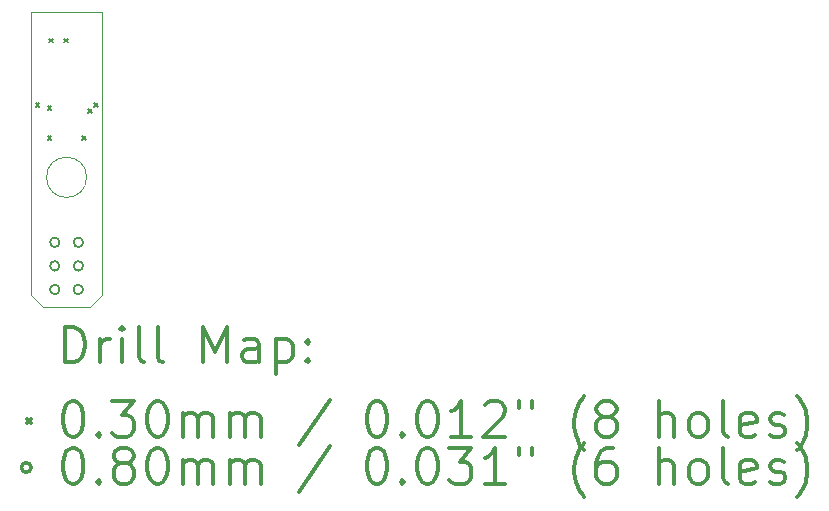
<source format=gbr>
%FSLAX45Y45*%
G04 Gerber Fmt 4.5, Leading zero omitted, Abs format (unit mm)*
G04 Created by KiCad (PCBNEW (5.1.9)-1) date 2022-03-02 13:46:01*
%MOMM*%
%LPD*%
G01*
G04 APERTURE LIST*
%TA.AperFunction,Profile*%
%ADD10C,0.025400*%
%TD*%
%ADD11C,0.200000*%
%ADD12C,0.300000*%
G04 APERTURE END LIST*
D10*
X14600000Y-10550000D02*
X14500000Y-10450000D01*
X15000000Y-10550000D02*
X15100000Y-10450000D01*
X14500000Y-10450000D02*
X14500000Y-8050000D01*
X15000000Y-10550000D02*
X14600000Y-10550000D01*
X15100000Y-8050000D02*
X15100000Y-10450000D01*
X14970000Y-9450000D02*
G75*
G03*
X14970000Y-9450000I-170000J0D01*
G01*
X14500000Y-8050000D02*
X15100000Y-8050000D01*
D11*
X14538960Y-8823960D02*
X14569440Y-8854440D01*
X14569440Y-8823960D02*
X14538960Y-8854440D01*
X14640560Y-8849360D02*
X14671040Y-8879840D01*
X14671040Y-8849360D02*
X14640560Y-8879840D01*
X14640560Y-9103360D02*
X14671040Y-9133840D01*
X14671040Y-9103360D02*
X14640560Y-9133840D01*
X14653260Y-8277860D02*
X14683740Y-8308340D01*
X14683740Y-8277860D02*
X14653260Y-8308340D01*
X14780260Y-8277860D02*
X14810740Y-8308340D01*
X14810740Y-8277860D02*
X14780260Y-8308340D01*
X14932660Y-9103360D02*
X14963140Y-9133840D01*
X14963140Y-9103360D02*
X14932660Y-9133840D01*
X14982174Y-8876046D02*
X15012654Y-8906526D01*
X15012654Y-8876046D02*
X14982174Y-8906526D01*
X15034260Y-8823960D02*
X15064740Y-8854440D01*
X15064740Y-8823960D02*
X15034260Y-8854440D01*
X14740000Y-10000000D02*
G75*
G03*
X14740000Y-10000000I-40000J0D01*
G01*
X14740000Y-10200000D02*
G75*
G03*
X14740000Y-10200000I-40000J0D01*
G01*
X14740000Y-10400000D02*
G75*
G03*
X14740000Y-10400000I-40000J0D01*
G01*
X14940000Y-10000000D02*
G75*
G03*
X14940000Y-10000000I-40000J0D01*
G01*
X14940000Y-10200000D02*
G75*
G03*
X14940000Y-10200000I-40000J0D01*
G01*
X14940000Y-10400000D02*
G75*
G03*
X14940000Y-10400000I-40000J0D01*
G01*
D12*
X14785158Y-11016984D02*
X14785158Y-10716984D01*
X14856587Y-10716984D01*
X14899444Y-10731270D01*
X14928016Y-10759842D01*
X14942301Y-10788413D01*
X14956587Y-10845556D01*
X14956587Y-10888413D01*
X14942301Y-10945556D01*
X14928016Y-10974127D01*
X14899444Y-11002699D01*
X14856587Y-11016984D01*
X14785158Y-11016984D01*
X15085158Y-11016984D02*
X15085158Y-10816984D01*
X15085158Y-10874127D02*
X15099444Y-10845556D01*
X15113730Y-10831270D01*
X15142301Y-10816984D01*
X15170873Y-10816984D01*
X15270873Y-11016984D02*
X15270873Y-10816984D01*
X15270873Y-10716984D02*
X15256587Y-10731270D01*
X15270873Y-10745556D01*
X15285158Y-10731270D01*
X15270873Y-10716984D01*
X15270873Y-10745556D01*
X15456587Y-11016984D02*
X15428016Y-11002699D01*
X15413730Y-10974127D01*
X15413730Y-10716984D01*
X15613730Y-11016984D02*
X15585158Y-11002699D01*
X15570873Y-10974127D01*
X15570873Y-10716984D01*
X15956587Y-11016984D02*
X15956587Y-10716984D01*
X16056587Y-10931270D01*
X16156587Y-10716984D01*
X16156587Y-11016984D01*
X16428016Y-11016984D02*
X16428016Y-10859842D01*
X16413730Y-10831270D01*
X16385158Y-10816984D01*
X16328016Y-10816984D01*
X16299444Y-10831270D01*
X16428016Y-11002699D02*
X16399444Y-11016984D01*
X16328016Y-11016984D01*
X16299444Y-11002699D01*
X16285158Y-10974127D01*
X16285158Y-10945556D01*
X16299444Y-10916984D01*
X16328016Y-10902699D01*
X16399444Y-10902699D01*
X16428016Y-10888413D01*
X16570873Y-10816984D02*
X16570873Y-11116984D01*
X16570873Y-10831270D02*
X16599444Y-10816984D01*
X16656587Y-10816984D01*
X16685158Y-10831270D01*
X16699444Y-10845556D01*
X16713730Y-10874127D01*
X16713730Y-10959842D01*
X16699444Y-10988413D01*
X16685158Y-11002699D01*
X16656587Y-11016984D01*
X16599444Y-11016984D01*
X16570873Y-11002699D01*
X16842301Y-10988413D02*
X16856587Y-11002699D01*
X16842301Y-11016984D01*
X16828016Y-11002699D01*
X16842301Y-10988413D01*
X16842301Y-11016984D01*
X16842301Y-10831270D02*
X16856587Y-10845556D01*
X16842301Y-10859842D01*
X16828016Y-10845556D01*
X16842301Y-10831270D01*
X16842301Y-10859842D01*
X14468250Y-11496030D02*
X14498730Y-11526510D01*
X14498730Y-11496030D02*
X14468250Y-11526510D01*
X14842301Y-11346984D02*
X14870873Y-11346984D01*
X14899444Y-11361270D01*
X14913730Y-11375556D01*
X14928016Y-11404127D01*
X14942301Y-11461270D01*
X14942301Y-11532699D01*
X14928016Y-11589841D01*
X14913730Y-11618413D01*
X14899444Y-11632699D01*
X14870873Y-11646984D01*
X14842301Y-11646984D01*
X14813730Y-11632699D01*
X14799444Y-11618413D01*
X14785158Y-11589841D01*
X14770873Y-11532699D01*
X14770873Y-11461270D01*
X14785158Y-11404127D01*
X14799444Y-11375556D01*
X14813730Y-11361270D01*
X14842301Y-11346984D01*
X15070873Y-11618413D02*
X15085158Y-11632699D01*
X15070873Y-11646984D01*
X15056587Y-11632699D01*
X15070873Y-11618413D01*
X15070873Y-11646984D01*
X15185158Y-11346984D02*
X15370873Y-11346984D01*
X15270873Y-11461270D01*
X15313730Y-11461270D01*
X15342301Y-11475556D01*
X15356587Y-11489841D01*
X15370873Y-11518413D01*
X15370873Y-11589841D01*
X15356587Y-11618413D01*
X15342301Y-11632699D01*
X15313730Y-11646984D01*
X15228016Y-11646984D01*
X15199444Y-11632699D01*
X15185158Y-11618413D01*
X15556587Y-11346984D02*
X15585158Y-11346984D01*
X15613730Y-11361270D01*
X15628016Y-11375556D01*
X15642301Y-11404127D01*
X15656587Y-11461270D01*
X15656587Y-11532699D01*
X15642301Y-11589841D01*
X15628016Y-11618413D01*
X15613730Y-11632699D01*
X15585158Y-11646984D01*
X15556587Y-11646984D01*
X15528016Y-11632699D01*
X15513730Y-11618413D01*
X15499444Y-11589841D01*
X15485158Y-11532699D01*
X15485158Y-11461270D01*
X15499444Y-11404127D01*
X15513730Y-11375556D01*
X15528016Y-11361270D01*
X15556587Y-11346984D01*
X15785158Y-11646984D02*
X15785158Y-11446984D01*
X15785158Y-11475556D02*
X15799444Y-11461270D01*
X15828016Y-11446984D01*
X15870873Y-11446984D01*
X15899444Y-11461270D01*
X15913730Y-11489841D01*
X15913730Y-11646984D01*
X15913730Y-11489841D02*
X15928016Y-11461270D01*
X15956587Y-11446984D01*
X15999444Y-11446984D01*
X16028016Y-11461270D01*
X16042301Y-11489841D01*
X16042301Y-11646984D01*
X16185158Y-11646984D02*
X16185158Y-11446984D01*
X16185158Y-11475556D02*
X16199444Y-11461270D01*
X16228016Y-11446984D01*
X16270873Y-11446984D01*
X16299444Y-11461270D01*
X16313730Y-11489841D01*
X16313730Y-11646984D01*
X16313730Y-11489841D02*
X16328016Y-11461270D01*
X16356587Y-11446984D01*
X16399444Y-11446984D01*
X16428016Y-11461270D01*
X16442301Y-11489841D01*
X16442301Y-11646984D01*
X17028016Y-11332699D02*
X16770873Y-11718413D01*
X17413730Y-11346984D02*
X17442301Y-11346984D01*
X17470873Y-11361270D01*
X17485158Y-11375556D01*
X17499444Y-11404127D01*
X17513730Y-11461270D01*
X17513730Y-11532699D01*
X17499444Y-11589841D01*
X17485158Y-11618413D01*
X17470873Y-11632699D01*
X17442301Y-11646984D01*
X17413730Y-11646984D01*
X17385158Y-11632699D01*
X17370873Y-11618413D01*
X17356587Y-11589841D01*
X17342301Y-11532699D01*
X17342301Y-11461270D01*
X17356587Y-11404127D01*
X17370873Y-11375556D01*
X17385158Y-11361270D01*
X17413730Y-11346984D01*
X17642301Y-11618413D02*
X17656587Y-11632699D01*
X17642301Y-11646984D01*
X17628016Y-11632699D01*
X17642301Y-11618413D01*
X17642301Y-11646984D01*
X17842301Y-11346984D02*
X17870873Y-11346984D01*
X17899444Y-11361270D01*
X17913730Y-11375556D01*
X17928016Y-11404127D01*
X17942301Y-11461270D01*
X17942301Y-11532699D01*
X17928016Y-11589841D01*
X17913730Y-11618413D01*
X17899444Y-11632699D01*
X17870873Y-11646984D01*
X17842301Y-11646984D01*
X17813730Y-11632699D01*
X17799444Y-11618413D01*
X17785158Y-11589841D01*
X17770873Y-11532699D01*
X17770873Y-11461270D01*
X17785158Y-11404127D01*
X17799444Y-11375556D01*
X17813730Y-11361270D01*
X17842301Y-11346984D01*
X18228016Y-11646984D02*
X18056587Y-11646984D01*
X18142301Y-11646984D02*
X18142301Y-11346984D01*
X18113730Y-11389841D01*
X18085158Y-11418413D01*
X18056587Y-11432699D01*
X18342301Y-11375556D02*
X18356587Y-11361270D01*
X18385158Y-11346984D01*
X18456587Y-11346984D01*
X18485158Y-11361270D01*
X18499444Y-11375556D01*
X18513730Y-11404127D01*
X18513730Y-11432699D01*
X18499444Y-11475556D01*
X18328016Y-11646984D01*
X18513730Y-11646984D01*
X18628016Y-11346984D02*
X18628016Y-11404127D01*
X18742301Y-11346984D02*
X18742301Y-11404127D01*
X19185158Y-11761270D02*
X19170873Y-11746984D01*
X19142301Y-11704127D01*
X19128016Y-11675556D01*
X19113730Y-11632699D01*
X19099444Y-11561270D01*
X19099444Y-11504127D01*
X19113730Y-11432699D01*
X19128016Y-11389841D01*
X19142301Y-11361270D01*
X19170873Y-11318413D01*
X19185158Y-11304127D01*
X19342301Y-11475556D02*
X19313730Y-11461270D01*
X19299444Y-11446984D01*
X19285158Y-11418413D01*
X19285158Y-11404127D01*
X19299444Y-11375556D01*
X19313730Y-11361270D01*
X19342301Y-11346984D01*
X19399444Y-11346984D01*
X19428016Y-11361270D01*
X19442301Y-11375556D01*
X19456587Y-11404127D01*
X19456587Y-11418413D01*
X19442301Y-11446984D01*
X19428016Y-11461270D01*
X19399444Y-11475556D01*
X19342301Y-11475556D01*
X19313730Y-11489841D01*
X19299444Y-11504127D01*
X19285158Y-11532699D01*
X19285158Y-11589841D01*
X19299444Y-11618413D01*
X19313730Y-11632699D01*
X19342301Y-11646984D01*
X19399444Y-11646984D01*
X19428016Y-11632699D01*
X19442301Y-11618413D01*
X19456587Y-11589841D01*
X19456587Y-11532699D01*
X19442301Y-11504127D01*
X19428016Y-11489841D01*
X19399444Y-11475556D01*
X19813730Y-11646984D02*
X19813730Y-11346984D01*
X19942301Y-11646984D02*
X19942301Y-11489841D01*
X19928016Y-11461270D01*
X19899444Y-11446984D01*
X19856587Y-11446984D01*
X19828016Y-11461270D01*
X19813730Y-11475556D01*
X20128016Y-11646984D02*
X20099444Y-11632699D01*
X20085158Y-11618413D01*
X20070873Y-11589841D01*
X20070873Y-11504127D01*
X20085158Y-11475556D01*
X20099444Y-11461270D01*
X20128016Y-11446984D01*
X20170873Y-11446984D01*
X20199444Y-11461270D01*
X20213730Y-11475556D01*
X20228016Y-11504127D01*
X20228016Y-11589841D01*
X20213730Y-11618413D01*
X20199444Y-11632699D01*
X20170873Y-11646984D01*
X20128016Y-11646984D01*
X20399444Y-11646984D02*
X20370873Y-11632699D01*
X20356587Y-11604127D01*
X20356587Y-11346984D01*
X20628016Y-11632699D02*
X20599444Y-11646984D01*
X20542301Y-11646984D01*
X20513730Y-11632699D01*
X20499444Y-11604127D01*
X20499444Y-11489841D01*
X20513730Y-11461270D01*
X20542301Y-11446984D01*
X20599444Y-11446984D01*
X20628016Y-11461270D01*
X20642301Y-11489841D01*
X20642301Y-11518413D01*
X20499444Y-11546984D01*
X20756587Y-11632699D02*
X20785158Y-11646984D01*
X20842301Y-11646984D01*
X20870873Y-11632699D01*
X20885158Y-11604127D01*
X20885158Y-11589841D01*
X20870873Y-11561270D01*
X20842301Y-11546984D01*
X20799444Y-11546984D01*
X20770873Y-11532699D01*
X20756587Y-11504127D01*
X20756587Y-11489841D01*
X20770873Y-11461270D01*
X20799444Y-11446984D01*
X20842301Y-11446984D01*
X20870873Y-11461270D01*
X20985158Y-11761270D02*
X20999444Y-11746984D01*
X21028016Y-11704127D01*
X21042301Y-11675556D01*
X21056587Y-11632699D01*
X21070873Y-11561270D01*
X21070873Y-11504127D01*
X21056587Y-11432699D01*
X21042301Y-11389841D01*
X21028016Y-11361270D01*
X20999444Y-11318413D01*
X20985158Y-11304127D01*
X14498730Y-11907270D02*
G75*
G03*
X14498730Y-11907270I-40000J0D01*
G01*
X14842301Y-11742984D02*
X14870873Y-11742984D01*
X14899444Y-11757270D01*
X14913730Y-11771556D01*
X14928016Y-11800127D01*
X14942301Y-11857270D01*
X14942301Y-11928699D01*
X14928016Y-11985841D01*
X14913730Y-12014413D01*
X14899444Y-12028699D01*
X14870873Y-12042984D01*
X14842301Y-12042984D01*
X14813730Y-12028699D01*
X14799444Y-12014413D01*
X14785158Y-11985841D01*
X14770873Y-11928699D01*
X14770873Y-11857270D01*
X14785158Y-11800127D01*
X14799444Y-11771556D01*
X14813730Y-11757270D01*
X14842301Y-11742984D01*
X15070873Y-12014413D02*
X15085158Y-12028699D01*
X15070873Y-12042984D01*
X15056587Y-12028699D01*
X15070873Y-12014413D01*
X15070873Y-12042984D01*
X15256587Y-11871556D02*
X15228016Y-11857270D01*
X15213730Y-11842984D01*
X15199444Y-11814413D01*
X15199444Y-11800127D01*
X15213730Y-11771556D01*
X15228016Y-11757270D01*
X15256587Y-11742984D01*
X15313730Y-11742984D01*
X15342301Y-11757270D01*
X15356587Y-11771556D01*
X15370873Y-11800127D01*
X15370873Y-11814413D01*
X15356587Y-11842984D01*
X15342301Y-11857270D01*
X15313730Y-11871556D01*
X15256587Y-11871556D01*
X15228016Y-11885841D01*
X15213730Y-11900127D01*
X15199444Y-11928699D01*
X15199444Y-11985841D01*
X15213730Y-12014413D01*
X15228016Y-12028699D01*
X15256587Y-12042984D01*
X15313730Y-12042984D01*
X15342301Y-12028699D01*
X15356587Y-12014413D01*
X15370873Y-11985841D01*
X15370873Y-11928699D01*
X15356587Y-11900127D01*
X15342301Y-11885841D01*
X15313730Y-11871556D01*
X15556587Y-11742984D02*
X15585158Y-11742984D01*
X15613730Y-11757270D01*
X15628016Y-11771556D01*
X15642301Y-11800127D01*
X15656587Y-11857270D01*
X15656587Y-11928699D01*
X15642301Y-11985841D01*
X15628016Y-12014413D01*
X15613730Y-12028699D01*
X15585158Y-12042984D01*
X15556587Y-12042984D01*
X15528016Y-12028699D01*
X15513730Y-12014413D01*
X15499444Y-11985841D01*
X15485158Y-11928699D01*
X15485158Y-11857270D01*
X15499444Y-11800127D01*
X15513730Y-11771556D01*
X15528016Y-11757270D01*
X15556587Y-11742984D01*
X15785158Y-12042984D02*
X15785158Y-11842984D01*
X15785158Y-11871556D02*
X15799444Y-11857270D01*
X15828016Y-11842984D01*
X15870873Y-11842984D01*
X15899444Y-11857270D01*
X15913730Y-11885841D01*
X15913730Y-12042984D01*
X15913730Y-11885841D02*
X15928016Y-11857270D01*
X15956587Y-11842984D01*
X15999444Y-11842984D01*
X16028016Y-11857270D01*
X16042301Y-11885841D01*
X16042301Y-12042984D01*
X16185158Y-12042984D02*
X16185158Y-11842984D01*
X16185158Y-11871556D02*
X16199444Y-11857270D01*
X16228016Y-11842984D01*
X16270873Y-11842984D01*
X16299444Y-11857270D01*
X16313730Y-11885841D01*
X16313730Y-12042984D01*
X16313730Y-11885841D02*
X16328016Y-11857270D01*
X16356587Y-11842984D01*
X16399444Y-11842984D01*
X16428016Y-11857270D01*
X16442301Y-11885841D01*
X16442301Y-12042984D01*
X17028016Y-11728699D02*
X16770873Y-12114413D01*
X17413730Y-11742984D02*
X17442301Y-11742984D01*
X17470873Y-11757270D01*
X17485158Y-11771556D01*
X17499444Y-11800127D01*
X17513730Y-11857270D01*
X17513730Y-11928699D01*
X17499444Y-11985841D01*
X17485158Y-12014413D01*
X17470873Y-12028699D01*
X17442301Y-12042984D01*
X17413730Y-12042984D01*
X17385158Y-12028699D01*
X17370873Y-12014413D01*
X17356587Y-11985841D01*
X17342301Y-11928699D01*
X17342301Y-11857270D01*
X17356587Y-11800127D01*
X17370873Y-11771556D01*
X17385158Y-11757270D01*
X17413730Y-11742984D01*
X17642301Y-12014413D02*
X17656587Y-12028699D01*
X17642301Y-12042984D01*
X17628016Y-12028699D01*
X17642301Y-12014413D01*
X17642301Y-12042984D01*
X17842301Y-11742984D02*
X17870873Y-11742984D01*
X17899444Y-11757270D01*
X17913730Y-11771556D01*
X17928016Y-11800127D01*
X17942301Y-11857270D01*
X17942301Y-11928699D01*
X17928016Y-11985841D01*
X17913730Y-12014413D01*
X17899444Y-12028699D01*
X17870873Y-12042984D01*
X17842301Y-12042984D01*
X17813730Y-12028699D01*
X17799444Y-12014413D01*
X17785158Y-11985841D01*
X17770873Y-11928699D01*
X17770873Y-11857270D01*
X17785158Y-11800127D01*
X17799444Y-11771556D01*
X17813730Y-11757270D01*
X17842301Y-11742984D01*
X18042301Y-11742984D02*
X18228016Y-11742984D01*
X18128016Y-11857270D01*
X18170873Y-11857270D01*
X18199444Y-11871556D01*
X18213730Y-11885841D01*
X18228016Y-11914413D01*
X18228016Y-11985841D01*
X18213730Y-12014413D01*
X18199444Y-12028699D01*
X18170873Y-12042984D01*
X18085158Y-12042984D01*
X18056587Y-12028699D01*
X18042301Y-12014413D01*
X18513730Y-12042984D02*
X18342301Y-12042984D01*
X18428016Y-12042984D02*
X18428016Y-11742984D01*
X18399444Y-11785841D01*
X18370873Y-11814413D01*
X18342301Y-11828699D01*
X18628016Y-11742984D02*
X18628016Y-11800127D01*
X18742301Y-11742984D02*
X18742301Y-11800127D01*
X19185158Y-12157270D02*
X19170873Y-12142984D01*
X19142301Y-12100127D01*
X19128016Y-12071556D01*
X19113730Y-12028699D01*
X19099444Y-11957270D01*
X19099444Y-11900127D01*
X19113730Y-11828699D01*
X19128016Y-11785841D01*
X19142301Y-11757270D01*
X19170873Y-11714413D01*
X19185158Y-11700127D01*
X19428016Y-11742984D02*
X19370873Y-11742984D01*
X19342301Y-11757270D01*
X19328016Y-11771556D01*
X19299444Y-11814413D01*
X19285158Y-11871556D01*
X19285158Y-11985841D01*
X19299444Y-12014413D01*
X19313730Y-12028699D01*
X19342301Y-12042984D01*
X19399444Y-12042984D01*
X19428016Y-12028699D01*
X19442301Y-12014413D01*
X19456587Y-11985841D01*
X19456587Y-11914413D01*
X19442301Y-11885841D01*
X19428016Y-11871556D01*
X19399444Y-11857270D01*
X19342301Y-11857270D01*
X19313730Y-11871556D01*
X19299444Y-11885841D01*
X19285158Y-11914413D01*
X19813730Y-12042984D02*
X19813730Y-11742984D01*
X19942301Y-12042984D02*
X19942301Y-11885841D01*
X19928016Y-11857270D01*
X19899444Y-11842984D01*
X19856587Y-11842984D01*
X19828016Y-11857270D01*
X19813730Y-11871556D01*
X20128016Y-12042984D02*
X20099444Y-12028699D01*
X20085158Y-12014413D01*
X20070873Y-11985841D01*
X20070873Y-11900127D01*
X20085158Y-11871556D01*
X20099444Y-11857270D01*
X20128016Y-11842984D01*
X20170873Y-11842984D01*
X20199444Y-11857270D01*
X20213730Y-11871556D01*
X20228016Y-11900127D01*
X20228016Y-11985841D01*
X20213730Y-12014413D01*
X20199444Y-12028699D01*
X20170873Y-12042984D01*
X20128016Y-12042984D01*
X20399444Y-12042984D02*
X20370873Y-12028699D01*
X20356587Y-12000127D01*
X20356587Y-11742984D01*
X20628016Y-12028699D02*
X20599444Y-12042984D01*
X20542301Y-12042984D01*
X20513730Y-12028699D01*
X20499444Y-12000127D01*
X20499444Y-11885841D01*
X20513730Y-11857270D01*
X20542301Y-11842984D01*
X20599444Y-11842984D01*
X20628016Y-11857270D01*
X20642301Y-11885841D01*
X20642301Y-11914413D01*
X20499444Y-11942984D01*
X20756587Y-12028699D02*
X20785158Y-12042984D01*
X20842301Y-12042984D01*
X20870873Y-12028699D01*
X20885158Y-12000127D01*
X20885158Y-11985841D01*
X20870873Y-11957270D01*
X20842301Y-11942984D01*
X20799444Y-11942984D01*
X20770873Y-11928699D01*
X20756587Y-11900127D01*
X20756587Y-11885841D01*
X20770873Y-11857270D01*
X20799444Y-11842984D01*
X20842301Y-11842984D01*
X20870873Y-11857270D01*
X20985158Y-12157270D02*
X20999444Y-12142984D01*
X21028016Y-12100127D01*
X21042301Y-12071556D01*
X21056587Y-12028699D01*
X21070873Y-11957270D01*
X21070873Y-11900127D01*
X21056587Y-11828699D01*
X21042301Y-11785841D01*
X21028016Y-11757270D01*
X20999444Y-11714413D01*
X20985158Y-11700127D01*
M02*

</source>
